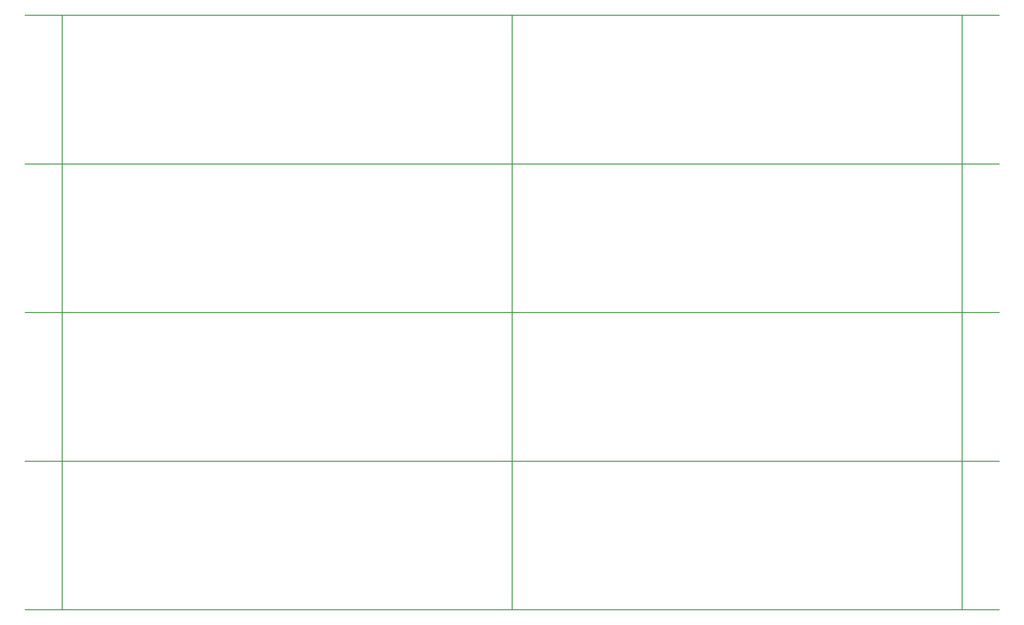
<source format=gbr>
G04 #@! TF.GenerationSoftware,KiCad,Pcbnew,(5.0.0)*
G04 #@! TF.CreationDate,2019-02-08T13:36:19+02:00*
G04 #@! TF.ProjectId,tp_x2_EKA_PnP,74705F78325F454B415F506E502E6B69,3*
G04 #@! TF.SameCoordinates,Original*
G04 #@! TF.FileFunction,Other,ECO1*
%FSLAX46Y46*%
G04 Gerber Fmt 4.6, Leading zero omitted, Abs format (unit mm)*
G04 Created by KiCad (PCBNEW (5.0.0)) date 02/08/19 13:36:19*
%MOMM*%
%LPD*%
G01*
G04 APERTURE LIST*
%ADD10C,0.250000*%
G04 APERTURE END LIST*
D10*
X339000000Y-215000000D02*
X339000000Y-55000000D01*
X218000000Y-215000000D02*
X218000000Y-55000000D01*
X97000000Y-215000000D02*
X97000000Y-55000000D01*
X349000000Y-55000000D02*
X87000000Y-55000000D01*
X349000000Y-215000000D02*
X87000000Y-215000000D01*
X349000000Y-175000000D02*
X87000000Y-175000000D01*
X349000000Y-135000000D02*
X87000000Y-135000000D01*
X349000000Y-95000000D02*
X87000000Y-95000000D01*
M02*

</source>
